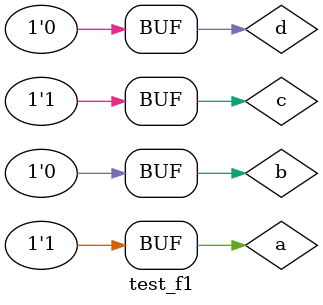
<source format=v>
module f1_and_or(O,a,b,c,d);
  input a,b,c,d;
  wire a_not,b_not,c_not,i1,i2,i3,i4;
  output O;
  not #(0.5) g1(a_not,a);
  not #(0.5) g2(b_not,b);
  not #(0.5) g3(c_not,c);
  and #(0.7) g4(i1,a,c_not,d);
  and #(0.7) g5(i2,a_not,b_not,d);
  and #(0.7) g6(i3,a_not,c);
  and #(0.7) g7(i4,b,c);
  or #(0.9) g8(O,i1,i2,i3,i4);
endmodule

module f1_nand(O,a,b,c,d);
  input a,b,c,d;
  wire a_not,b_not,c_not,i1,i2,i3,i4;
  output O;
  nand #(0.6) g1(a_not,a,a);
  nand #(0.6) g2(b_not,b,b);
  nand #(0.6) g3(c_not,c,c);
  nand #(0.6) g4(i1,a,c_not,d);
  nand #(0.6) g5(i2,a_not,b_not,d);
  nand #(0.6) g6(i3,a_not,c);
  nand #(0.6) g7(i4,b,c);
  nand #(0.6) g8(O,i1,i2,i3,i4);
endmodule

module f1_nor(O,a,b,c,d);
  input a,b,c,d;
  output O;
  wire i1,i2,i3,a_not,b_not,c_not;
  nor #(0.7) g1(a_not,a,a);
  nor #(0.7) g2(b_not,b,b);
  nor #(0.7) g3(c_not,c,c);
  nor #(0.7) g4(i1,a_not,b,c_not);
  nor #(0.7) g5(i2,c,d);
  nor #(0.7) g6(i3,a,b_not,c);
  nor #(0.7) g7(O,i1,i2,i3);
endmodule

module test_f1;
  reg a,b,c,d;
  wire O_and_or,O_nand,O_nor;
  f1_nor test_f1_nor(O_nor,a,b,c,d);
  f1_nand test_f1_nand(O_nand,a,b,c,d);
  f1_and_or test_f1_and_or(O_and_or,a,b,c,d);
  initial 
    begin
      a = 0; b = 1; c = 1; d = 0;
      #5 b = 0; d = 1;
      #5 b = 1; a = 1;
      #5 b = 0; c = 0; d = 1;
      #5 b = 1; a = 0;     
      #5 b = 0; a = 1; d = 0; c = 1;
    end
  
endmodule
</source>
